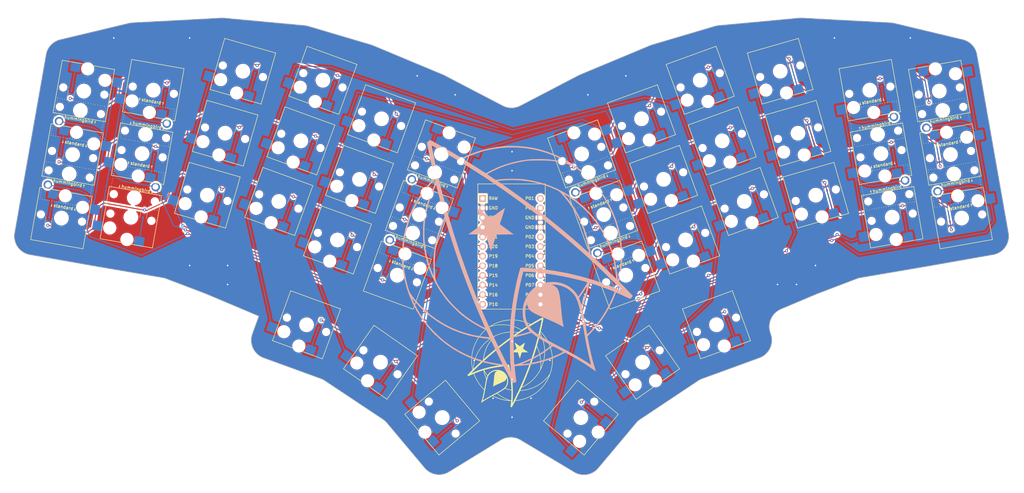
<source format=kicad_pcb>
(kicad_pcb (version 20241229) (generator "pcbnew") (generator_version "9.0")
  (title_block (title "quacken_pcb") (rev "v1.0.0") (company "Unknown"))
  (layers (0 "F.Cu" signal) (2 "B.Cu" signal) (13 "F.Paste" user) (15 "B.Paste" user) (5 "F.SilkS" user "F.Silkscreen") (7 "B.SilkS" user "B.Silkscreen") (1 "F.Mask" user) (3 "B.Mask" user) (25 "Edge.Cuts" user))
  (net 0 "")
  (net 1 "RAW")
  (net 2 "GND")
  (net 3 "RST")
  (net 4 "VCC")
  (net 5 "P21")
  (net 6 "P20")
  (net 7 "P19")
  (net 8 "P18")
  (net 9 "P15")
  (net 10 "P14")
  (net 11 "P16")
  (net 12 "P10")
  (net 13 "P1")
  (net 14 "P0")
  (net 15 "P2")
  (net 16 "P3")
  (net 17 "P4")
  (net 18 "P5")
  (net 19 "P6")
  (net 20 "P7")
  (net 21 "P8")
  (net 22 "P9")
  (net 23 "pinky_bottom")
  (net 24 "pinky_home")
  (net 25 "pinky_top")
  (net 26 "ring_bottom")
  (net 27 "ring_home")
  (net 28 "ring_top")
  (net 29 "middle_bottom")
  (net 30 "middle_home")
  (net 31 "middle_top")
  (net 32 "index_bottom")
  (net 33 "index_home")
  (net 34 "index_top")
  (net 35 "tucky_default")
  (net 36 "comfy_default")
  (net 37 "reachy_default")
  (net 38 "mirror_pinky_bottom")
  (net 39 "mirror_pinky_home")
  (net 40 "mirror_pinky_top")
  (net 41 "mirror_ring_bottom")
  (net 42 "mirror_ring_home")
  (net 43 "mirror_ring_top")
  (net 44 "mirror_middle_bottom")
  (net 45 "mirror_middle_home")
  (net 46 "mirror_middle_top")
  (net 47 "mirror_index_bottom")
  (net 48 "mirror_index_home")
  (net 49 "mirror_index_top")
  (net 50 "mirror_tucky_default")
  (net 51 "mirror_comfy_default")
  (net 52 "mirror_reachy_default")
  (net 53 "outer_bottom")
  (net 54 "outer_home")
  (net 55 "outer_top")
  (net 56 "inner_bottom")
  (net 57 "inner_home")
  (net 58 "inner_top")
  (net 59 "mirror_outer_bottom")
  (net 60 "mirror_outer_home")
  (net 61 "mirror_outer_top")
  (net 62 "mirror_inner_bottom")
  (net 63 "mirror_inner_home")
  (net 64 "mirror_inner_top")
  (footprint "PG1350" (layer "F.Cu") (at 255.413695 102.144674 -160)
    (property "Reference" "S23" (hide yes))
    (property "Value" "" (hide yes))
  )
  (footprint "PG1350" (layer "F.Cu") (at 144.320619 102.144671 160)
    (property "Reference" "S8" (hide yes))
    (property "Value" "" (hide yes))
  )
  (footprint "PG1350" (layer "F.Cu") (at 270.70067 83.779654 -164)
    (property "Reference" "S21" (hide yes))
    (property "Value" "" (hide yes))
  )
  (footprint "PG1350" (layer "F.Cu") (at 138.506274 118.119449 160)
    (property "Reference" "S7" (hide yes))
    (property "Value" "" (hide yes))
  )
  (footprint "PG1350" (layer "F.Cu") (at 165.316354 160.514788 145)
    (property "Reference" "S14" (hide yes))
    (property "Value" "" (hide yes))
  )
  (footprint "ProMicro" (layer "F.Cu") (at 199.867154 131.269509 -90)
    (property "Reference" "MCU1" (hide yes))
    (property "Value" "" (hide yes))
  )
  (footprint "PG1350" (layer "F.Cu") (at 234.417957 160.514783 -145)
    (property "Reference" "S29" (hide yes))
    (property "Value" "" (hide yes))
  )
  (footprint "PG1350" (layer "F.Cu") (at 84.144304 105.744829 -10)
    (property "Reference" "S32" (hide yes))
    (property "Value" "" (hide yes))
  )
  (footprint "PG1350" (layer "F.Cu") (at 181.584263 175.10291 130)
    (property "Reference" "S15" (hide yes))
    (property "Value" "" (hide yes))
  )
  (footprint "PG1350" (layer "F.Cu") (at 245.767155 128.269499 -160)
    (property "Reference" "S25" (hide yes))
    (property "Value" "" (hide yes))
  )
  (footprint "PG1350" (layer "F.Cu") (at 218.3578 105.591397 20)
    (property "Reference" "S42" (hide yes))
    (property "Value" "" (hide yes))
  )
  (footprint "PG1350" (layer "F.Cu") (at 129.033643 83.779653 164)
    (property "Reference" "S6" (hide yes))
    (property "Value" "" (hide yes))
  )
  (footprint "PG1350" (layer "F.Cu") (at 224.172142 121.566168 20)
    (property "Reference" "S41" (hide yes))
    (property "Value" "" (hide yes))
  )
  (footprint "PG1350" (layer "F.Cu") (at 145.827075 150.634187 160)
    (property "Reference" "S13" (hide yes))
    (property "Value" "" (hide yes))
  )
  (footprint "PG1350" (layer "F.Cu") (at 294.321045 88.780416 -170)
    (property "Reference" "S18" (hide yes))
    (property "Value" "" (hide yes))
  )
  (footprint "PG1350" (layer "F.Cu") (at 261.228035 118.119449 -160)
    (property "Reference" "S22" (hide yes))
    (property "Value" "" (hide yes))
  )
  (footprint "PG1350" (layer "F.Cu") (at 159.781498 112.294723 160)
    (property "Reference" "S11" (hide yes))
    (property "Value" "" (hide yes))
  )
  (footprint "PG1350" (layer "F.Cu") (at 315.590009 105.74483 10)
    (property "Reference" "S38" (hide yes))
    (property "Value" "" (hide yes))
  )
  (footprint "PG1350" (layer "F.Cu") (at 253.90724 150.634188 -160)
    (property "Reference" "S28" (hide yes))
    (property "Value" "" (hide yes))
  )
  (footprint "PG1350" (layer "F.Cu") (at 239.952815 112.294728 -160)
    (property "Reference" "S26" (hide yes))
    (property "Value" "" (hide yes))
  )
  (footprint "PG1350" (layer "F.Cu") (at 181.376508 105.591395 -20)
    (property "Reference" "S36" (hide yes))
    (property "Value" "" (hide yes))
  )
  (footprint "PG1350" (layer "F.Cu") (at 275.386506 100.121104 -164)
    (property "Reference" "S20" (hide yes))
    (property "Value" "" (hide yes))
  )
  (footprint "PG1350" (layer "F.Cu") (at 153.967153 128.269506 160)
    (property "Reference" "S10" (hide yes))
    (property "Value" "" (hide yes))
  )
  (footprint "PG1350" (layer "F.Cu") (at 102.461248 105.522144 170)
    (property "Reference" "S2" (hide yes))
    (property "Value" "" (hide yes))
  )
  (footprint "PG1350" (layer "F.Cu") (at 280.072338 116.462553 -164)
    (property "Reference" "S19" (hide yes))
    (property "Value" "" (hide yes))
  )
  (footprint "PG1350" (layer "F.Cu") (at 124.347805 100.121103 164)
    (property "Reference" "S5" (hide yes))
    (property "Value" "" (hide yes))
  )
  (footprint "PG1350" (layer "F.Cu") (at 87.096324 89.003099 -10)
    (property "Reference" "S33" (hide yes))
    (property "Value" "" (hide yes))
  )
  (footprint "Library:logo_ergol_small" (layer "F.Cu") (at 200 160)
    (property "Reference" "G***" (hide yes))
    (property "Value" "LOGO" (hide yes))
  )
  (footprint "PG1350" (layer "F.Cu") (at 150.134961 86.1699 160)
    (property "Reference" "S9" (hide yes))
    (property "Value" "" (hide yes))
  )
  (footprint "PG1350" (layer "F.Cu") (at 312.637989 89.003095 10)
    (property "Reference" "S39" (hide yes))
    (property "Value" "" (hide yes))
  )
  (footprint "PG1350" (layer "F.Cu") (at 300.225081 122.263883 -170)
    (property "Reference" "S16" (hide yes))
    (property "Value" "" (hide yes))
  )
  (footprint "PG1350" (layer "F.Cu") (at 249.599353 86.169895 -160)
    (property "Reference" "S24" (hide yes))
    (property "Value" "" (hide yes))
  )
  (footprint "PG1350" (layer "F.Cu") (at 165.595841 96.319951 160)
    (property "Reference" "S12" (hide yes))
    (property "Value" "" (hide yes))
  )
  (footprint "PG1350" (layer "F.Cu") (at 175.56217 121.566173 -20)
    (property "Reference" "S35" (hide yes))
    (property "Value" "" (hide yes))
  )
  (footprint "PG1350" (layer "F.Cu") (at 229.986484 137.540948 20)
    (property "Reference" "S40" (hide yes))
    (property "Value" "" (hide yes))
  )
  (footprint "PG1350" (layer "F.Cu") (at 81.192282 122.48656 -10)
    (property "Reference" "S31" (hide yes))
    (property "Value" "" (hide yes))
  )
  (footprint "PG1350" (layer "F.Cu") (at 318.542024 122.486557 10)
    (property "Reference" "S37" (hide yes))
    (property "Value" "" (hide yes))
  )
  (footprint "PG1350" (layer "F.Cu") (at 297.273068 105.522148 -170)
    (property "Reference" "S17" (hide yes))
    (property "Value" "" (hide yes))
  )
  (footprint "PG1350" (layer "F.Cu") (at 234.138473 96.319951 -160)
    (property "Reference" "S27" (hide yes))
    (property "Value" "" (hide yes))
  )
  (footprint "PG1350" (layer "F.Cu") (at 218.150049 175.10291 -130)
    (property "Reference" "S30" (hide yes))
    (property "Value" "" (hide yes))
  )
  (footprint "PG1350" (layer "F.Cu") (at 119.661976 116.462552 164)
    (property "Reference" "S4" (hide yes))
    (property "Value" "" (hide yes))
  )
  (footprint "PG1350" (layer "F.Cu") (at 99.509227 122.263882 170)
    (property "Reference" "S1" (hide yes))
    (property "Value" "" (hide yes))
  )
  (footprint "PG1350" (layer "F.Cu") (at 105.413266 88.780416 170)
    (property "Reference" "S3" (hide yes))
    (property "Value" "" (hide yes))
  )
  (footprint "PG1350" (layer "F.Cu") (at 169.747828 137.540945 -20)
    (property "Reference" "S34" (hide yes))
    (property "Value" "" (hide yes))
  )
  (footprint "Diode_SMD:D_SOD-323" (layer "B.Cu") (at 303.115996 120.230996 -80)
    (property "Reference" "D16" (hide yes))
    (property "Value" "" (hide yes))
  )
  (footprint "Diode_SMD:D_SOD-323" (layer "B.Cu") (at 300.163978 103.489263 -80)
    (property "Reference" "D17" (hide yes))
    (property "Value" "" (hide yes))
  )
  (footprint "Diode_SMD:D_SOD-323" (layer "B.Cu") (at 149.347121 150.31911 -110)
    (property "Reference" "D13" (hide yes))
    (property "Value" "" (hide yes))
  )
  (footprint "Diode_SMD:D_SOD-323" (layer "B.Cu") (at 263.722021 115.615444 -70)
    (property "Reference" "D22" (hide yes))
    (property "Value" "" (hide yes))
  )
  (footprint "Diode_SMD:D_SOD-323" (layer "B.Cu") (at 77.78043 123.408097 80)
    (property "Reference" "D31" (hide yes))
    (property "Value" "" (hide yes))
  )
  (footprint "Library:logo_ergol" (layer "B.Cu") (at 200 132.5 180)
    (property "Reference" "G***" (hide yes))
    (property "Value" "LOGO" (hide yes))
  )
  (footprint "Diode_SMD:D_SOD-323" (layer "B.Cu") (at 83.684463 89.924637 80)
    (property "Reference" "D33" (hide yes))
    (property "Value" "" (hide yes))
  )
  (footprint "Diode_SMD:D_SOD-323" (layer "B.Cu") (at 108.825124 87.858879 -100)
    (property "Reference" "D3" (hide yes))
    (property "Value" "" (hide yes))
  )
  (footprint "Diode_SMD:D_SOD-323" (layer "B.Cu") (at 273.363249 81.455721 -74)
    (property "Reference" "D21" (hide yes))
    (property "Value" "" (hide yes))
  )
  (footprint "Diode_SMD:D_SOD-323" (layer "B.Cu") (at 221.678158 124.070179 110)
    (property "Reference" "D41" (hide yes))
    (property "Value" "" (hide yes))
  )
  (footprint "Diode_SMD:D_SOD-323" (layer "B.Cu") (at 142.026318 117.80437 -110)
    (property "Reference" "D7" (hide yes))
    (property "Value" "" (hide yes))
  )
  (footprint "Diode_SMD:D_SOD-323" (layer "B.Cu") (at 312.699094 107.777713 100)
    (property "Reference" "D38" (hide yes))
    (property "Value" "" (hide yes))
  )
  (footprint "Diode_SMD:D_SOD-323" (layer "B.Cu") (at 242.446799 109.790724 -70)
    (property "Reference" "D26" (hide yes))
    (property "Value" "" (hide yes))
  )
  (footprint "Diode_SMD:D_SOD-323" (layer "B.Cu") (at 278.049083 97.797171 -74)
    (property "Reference" "D20" (hide yes))
    (property "Value" "" (hide yes))
  )
  (footprint "Diode_SMD:D_SOD-323" (layer "B.Cu") (at 248.261139 125.765499 -70)
    (property "Reference" "D25" (hide yes))
    (property "Value" "" (hide yes))
  )
  (footprint "Diode_SMD:D_SOD-323" (layer "B.Cu") (at 102.921087 121.342343 -100)
    (property "Reference" "D1" (hide yes))
    (property "Value" "" (hide yes))
  )
  (footprint "Diode_SMD:D_SOD-323" (layer "B.Cu") (at 227.492501 140.044946 110)
    (property "Reference" "D40" (hide yes))
    (property "Value" "" (hide yes))
  )
  (footprint "Diode_SMD:D_SOD-323" (layer "B.Cu") (at 163.301548 111.979655 -110)
    (property "Reference" "D11" (hide yes))
    (property "Value" "" (hide yes))
  )
  (footprint "Diode_SMD:D_SOD-323" (layer "B.Cu") (at 315.65111 124.519446 100)
    (property "Reference" "D37" (hide yes))
    (property "Value" "" (hide yes))
  )
  (footprint "Diode_SMD:D_SOD-323" (layer "B.Cu") (at 309.747074 91.035979 100)
    (property "Reference" "D39" (hide yes))
    (property "Value" "" (hide yes))
  )
  (footprint "Diode_SMD:D_SOD-323" (layer "B.Cu") (at 256.401216 148.130184 -70)
    (property "Reference" "D28" (hide yes))
    (property "Value" "" (hide yes))
  )
  (footprint "Diode_SMD:D_SOD-323" (layer "B.Cu") (at 236.632457 93.81595 -70)
    (property "Reference" "D27" (hide yes))
    (property "Value" "" (hide yes))
  )
  (footprint "Diode_SMD:D_SOD-323" (layer "B.Cu") (at 257.90768 99.640668 -70)
    (property "Reference" "D23" (hide yes))
    (property "Value" "" (hide yes))
  )
  (footprint "Diode_SMD:D_SOD-323" (layer "B.Cu") (at 215.863816 108.095399 110)
    (property "Reference" "D42" (hide yes))
    (property "Value" "" (hide yes))
  )
  (footprint "Diode_SMD:D_SOD-323" (layer "B.Cu") (at 105.873106 104.600615 -100)
    (property "Reference" "D2" (hide yes))
    (property "Value" "" (hide yes))
  )
  (footprint "Diode_SMD:D_SOD-323" (layer "B.Cu") (at 219.057902 171.687392 -40)
    (property "Reference" "D30" (hide yes))
    (property "Value" "" (hide yes))
  )
  (footprint "Diode_SMD:D_SOD-323" (layer "B.Cu") (at 172.042121 121.881245 70)
    (property "Reference" "D35" (hide yes))
    (property "Value" "" (hide yes))
  )
  (footprint "Diode_SMD:D_SOD-323" (layer "B.Cu") (at 184.79025 176.590072 -140)
    (property "Reference" "D15" (hide yes))
    (property "Value" "" (hide yes))
  )
  (footprint "Diode_SMD:D_SOD-323" (layer "B.Cu") (at 166.22778 137.856019 70)
    (property "Reference" "D34" (hide yes))
    (property "Value" "" (hide yes))
  )
  (footprint "Diode_SMD:D_SOD-323" (layer "B.Cu") (at 236.178882 157.450617 -55)
    (property "Reference" "D29" (hide yes))
    (property "Value" "" (hide yes))
  )
  (footprint "Diode_SMD:D_SOD-323" (layer "B.Cu") (at 282.734918 114.13862 -74)
    (property "Reference" "D19" (hide yes))
    (property "Value" "" (hide yes))
  )
  (footprint "Diode_SMD:D_SOD-323" (layer "B.Cu") (at 127.837303 99.561253 -106)
    (property "Reference" "D5" (hide yes))
    (property "Value" "" (hide yes))
  )
  (footprint "Diode_SMD:D_SOD-323" (layer "B.Cu") (at 177.856467 105.906469 70)
    (property "Reference" "D36" (hide yes))
    (property "Value" "" (hide yes))
  )
  (footprint "Diode_SMD:D_SOD-323" (layer "B.Cu") (at 147.840663 101.829599 -110)
    (property "Reference" "D8" (hide yes))
    (property "Value" "" (hide yes))
  )
  (footprint "Diode_SMD:D_SOD-323" (layer "B.Cu") (at 297.211958 86.747534 -80)
    (property "Reference" "D18" (hide yes))
    (property "Value" "" (hide yes))
  )
  (footprint "Diode_SMD:D_SOD-323" (layer "B.Cu") (at 168.798007 161.121503 -125)
    (property "Reference" "D14" (hide yes))
    (property "Value" "" (hide yes))
  )
  (footprint "Diode_SMD:D_SOD-323" (layer "B.Cu") (at 157.487205 127.954424 -110)
    (property "Reference" "D10" (hide yes))
    (property "Value" "" (hide yes))
  )
  (footprint "Diode_SMD:D_SOD-323" (layer "B.Cu") (at 153.655005 85.854822 -110)
    (property "Reference" "D9" (hide yes))
    (property "Value" "" (hide yes))
  )
  (footprint "Diode_SMD:D_SOD-323" (layer "B.Cu") (at 123.15147 115.902703 -106)
    (property "Reference" "D4" (hide yes))
    (property "Value" "" (hide yes))
  )
  (footprint "Diode_SMD:D_SOD-323" (layer "B.Cu") (at 252.093335 83.665895 -70)
    (property "Reference" "D24" (hide yes))
    (property "Value" "" (hide yes))
  )
  (footprint "Diode_SMD:D_SOD-323" (layer "B.Cu") (at 132.523134 83.219801 -106)
    (property "Reference" "D6" (hide yes))
    (property "Value" "" (hide yes))
  )
  (footprint "Diode_SMD:D_SOD-323" (layer "B.Cu") (at 80.732446 106.666367 80)
    (property "Reference" "D32" (hide yes))
    (property "Value" "" (hide yes))
  )
  (footprint "Diode_SMD:D_SOD-323" (layer "B.Cu") (at 169.115888 96.004875 -110)
    (property "Reference" "D12" (hide yes))
    (property "Value" "" (hide yes))
  )
  (gr_arc (start 253.448367 71.860611) (mid 253.922674 71.744947) (end 254.406001 71.676097) (stroke (width 0.15)) (layer "Edge.Cuts"))
  (gr_line (start 217.885571 84.66608) (end 236.379559 76.947591) (stroke (width 0.15)) (layer "Edge.Cuts"))
  (gr_line (start 163.354752 76.947599) (end 181.84874 84.666078) (stroke (width 0.15)) (layer "Edge.Cuts"))
  (gr_line (start 176.937603 188.389494) (end 166.991921 176.536696) (stroke (width 0.15)) (layer "Edge.Cuts"))
  (gr_arc (start 236.379559 76.947594) (mid 236.62987 76.850928) (end 236.885006 76.767829) (stroke (width 0.15)) (layer "Edge.Cuts"))
  (gr_arc (start 145.328314 71.676091) (mid 145.811641 71.744947) (end 146.285948 71.860613) (stroke (width 0.15)) (layer "Edge.Cuts"))
  (gr_line (start 80.871106 75.409309) (end 98.972476 71.074278) (stroke (width 0.15)) (layer "Edge.Cuts"))
  (gr_arc (start 165.931827 175.588137) (mid 166.49578 176.024524) (end 166.991921 176.536696) (stroke (width 0.15)) (layer "Edge.Cuts"))
  (gr_line (start 309.113174 135.318735) (end 291.863992 138.26152) (stroke (width 0.15)) (layer "Edge.Cuts"))
  (gr_line (start 290.926875 138.517114) (end 280.524013 142.475039) (stroke (width 0.15)) (layer "Edge.Cuts"))
  (gr_line (start 309.140541 135.313987) (end 326.853409 132.190733) (stroke (width 0.15)) (layer "Edge.Cuts"))
  (gr_arc (start 268.172532 152.841637) (mid 268.287483 149.133687) (end 270.925584 146.525521) (stroke (width 0.15)) (layer "Edge.Cuts"))
  (gr_arc (start 275.652384 69.70152) (mid 276.017072 69.681026) (end 276.382282 69.687213) (stroke (width 0.15)) (layer "Edge.Cuts"))
  (gr_line (start 124.081926 69.701522) (end 145.328314 71.676091) (stroke (width 0.15)) (layer "Edge.Cuts"))
  (gr_line (start 72.880905 132.19073) (end 90.593768 135.313985) (stroke (width 0.15)) (layer "Edge.Cuts"))
  (gr_arc (start 202.179 92.835873) (mid 199.867155 93.402433) (end 197.55531 92.835871) (stroke (width 0.15)) (layer "Edge.Cuts"))
  (gr_line (start 300.761833 71.07428) (end 318.863203 75.40931) (stroke (width 0.15)) (layer "Edge.Cuts"))
  (gr_arc (start 299.864534 70.94393) (mid 300.316144 70.988724) (end 300.761833 71.07428) (stroke (width 0.15)) (layer "Edge.Cuts"))
  (gr_arc (start 98.972476 71.074278) (mid 99.418163 70.98872) (end 99.869773 70.943932) (stroke (width 0.15)) (layer "Edge.Cuts"))
  (gr_arc (start 222.766481 188.425516) (mid 219.76648 190.142171) (end 216.369734 189.502612) (stroke (width 0.15)) (layer "Edge.Cuts"))
  (gr_line (start 254.406001 71.676097) (end 275.652384 69.70152) (stroke (width 0.15)) (layer "Edge.Cuts"))
  (gr_line (start 119.210298 142.47504) (end 108.807436 138.517114) (stroke (width 0.15)) (layer "Edge.Cuts"))
  (gr_arc (start 330.909208 126.398453) (mid 330.080929 130.134577) (end 326.853409 132.190733) (stroke (width 0.15)) (layer "Edge.Cuts"))
  (gr_arc (start 149.583794 164.878073) (mid 150.12978 165.114465) (end 150.643821 165.414036) (stroke (width 0.15)) (layer "Edge.Cuts"))
  (gr_line (start 268.172532 152.841637) (end 268.222691 152.979455) (stroke (width 0.15)) (layer "Edge.Cuts"))
  (gr_arc (start 162.849312 76.76783) (mid 163.104446 76.850928) (end 163.354752 76.947599) (stroke (width 0.15)) (layer "Edge.Cuts"))
  (gr_line (start 322.622738 79.403571) (end 330.909208 126.398453) (stroke (width 0.15)) (layer "Edge.Cuts"))
  (gr_arc (start 134.499984 159.388013) (mid 131.678546 156.802641) (end 131.511624 152.97945) (stroke (width 0.15)) (layer "Edge.Cuts"))
  (gr_line (start 232.742383 176.536696) (end 222.766485 188.42552) (stroke (width 0.15)) (layer "Edge.Cuts"))
  (gr_arc (start 183.380732 189.438499) (mid 179.964353 190.110575) (end 176.937603 188.389494) (stroke (width 0.15)) (layer "Edge.Cuts"))
  (gr_arc (start 181.84874 84.666078) (mid 182.043708 84.752374) (end 182.234818 84.846907) (stroke (width 0.15)) (layer "Edge.Cuts"))
  (gr_line (start 280.356598 142.542214) (end 270.925584 146.525521) (stroke (width 0.15)) (layer "Edge.Cuts"))
  (gr_arc (start 77.111572 79.403575) (mid 78.394714 76.84488) (end 80.871106 75.409309) (stroke (width 0.15)) (layer "Edge.Cuts"))
  (gr_line (start 197.039207 181.06673) (end 183.380737 189.4385) (stroke (width 0.15)) (layer "Edge.Cuts"))
  (gr_arc (start 107.870318 138.261517) (mid 108.345099 138.366502) (end 108.807436 138.517114) (stroke (width 0.15)) (layer "Edge.Cuts"))
  (gr_arc (start 280.356598 142.542219) (mid 280.440003 142.507875) (end 280.524013 142.475039) (stroke (width 0.15)) (layer "Edge.Cuts"))
  (gr_line (start 276.382282 69.687213) (end 299.864534 70.94393) (stroke (width 0.15)) (layer "Edge.Cuts"))
  (gr_arc (start 90.621135 135.318734) (mid 90.607448 135.316379) (end 90.593768 135.313985) (stroke (width 0.15)) (layer "Edge.Cuts"))
  (gr_arc (start 318.863203 75.409308) (mid 321.339595 76.844876) (end 322.622743 79.40357) (stroke (width 0.15)) (layer "Edge.Cuts"))
  (gr_arc (start 232.742383 176.536696) (mid 233.238527 176.024521) (end 233.802485 175.588135) (stroke (width 0.15)) (layer "Edge.Cuts"))
  (gr_line (start 149.583799 164.878071) (end 134.499987 159.388016) (stroke (width 0.15)) (layer "Edge.Cuts"))
  (gr_line (start 182.234818 84.846907) (end 197.55531 92.835871) (stroke (width 0.15)) (layer "Edge.Cuts"))
  (gr_line (start 131.511624 152.97945) (end 133.187519 148.374954) (stroke (width 0.15)) (layer "Edge.Cuts"))
  (gr_arc (start 217.499494 84.846907) (mid 217.690605 84.752378) (end 217.885571 84.66608) (stroke (width 0.15)) (layer "Edge.Cuts"))
  (gr_line (start 107.870318 138.261517) (end 90.621137 135.318738) (stroke (width 0.15)) (layer "Edge.Cuts"))
  (gr_arc (start 72.880905 132.19073) (mid 69.653386 130.134575) (end 68.825107 126.398454) (stroke (width 0.15)) (layer "Edge.Cuts"))
  (gr_arc (start 309.140544 135.313988) (mid 309.126862 135.316381) (end 309.113174 135.318735) (stroke (width 0.15)) (layer "Edge.Cuts"))
  (gr_line (start 165.931827 175.588137) (end 150.643821 165.414036) (stroke (width 0.15)) (layer "Edge.Cuts"))
  (gr_line (start 99.869773 70.943932) (end 123.352027 69.687215) (stroke (width 0.15)) (layer "Edge.Cuts"))
  (gr_arc (start 268.222691 152.979455) (mid 268.055763 156.802644) (end 265.234326 159.388012) (stroke (width 0.15)) (layer "Edge.Cuts"))
  (gr_line (start 236.885006 76.767829) (end 253.448367 71.860611) (stroke (width 0.15)) (layer "Edge.Cuts"))
  (gr_arc (start 249.09049 165.414036) (mid 249.604531 165.114464) (end 250.150516 164.878071) (stroke (width 0.15)) (layer "Edge.Cuts"))
  (gr_line (start 249.09049 165.414036) (end 233.802485 175.588135) (stroke (width 0.15)) (layer "Edge.Cuts"))
  (gr_line (start 216.369734 189.502612) (end 202.218648 181.038642) (stroke (width 0.15)) (layer "Edge.Cuts"))
  (gr_line (start 202.179 92.835873) (end 217.499494 84.846907) (stroke (width 0.15)) (layer "Edge.Cuts"))
  (gr_arc (start 123.352027 69.687215) (mid 123.717238 69.68103) (end 124.081926 69.701522) (stroke (width 0.15)) (layer "Edge.Cuts"))
  (gr_line (start 133.187519 148.374954) (end 119.377714 142.542216) (stroke (width 0.15)) (layer "Edge.Cuts"))
  (gr_arc (start 119.210298 142.47504) (mid 119.294309 142.507874) (end 119.377714 142.542216) (stroke (width 0.15)) (layer "Edge.Cuts"))
  (gr_arc (start 290.926875 138.517114) (mid 291.389212 138.366507) (end 291.863992 138.26152) (stroke (width 0.15)) (layer "Edge.Cuts"))
  (gr_line (start 265.234326 159.388012) (end 250.150516 164.878071) (stroke (width 0.15)) (layer "Edge.Cuts"))
  (gr_line (start 68.825107 126.398454) (end 77.111572 79.403575) (stroke (width 0.15)) (layer "Edge.Cuts"))
  (gr_arc (start 197.039208 181.066727) (mid 199.625008 180.329743) (end 202.218648 181.038642) (stroke (width 0.15)) (layer "Edge.Cuts"))
  (gr_line (start 146.285948 71.860613) (end 162.849307 76.767829) (stroke (width 0.15)) (layer "Edge.Cuts"))
  (via (at 185 90) (size 0.8) (drill 0.4) (layers "F.Cu" "B.Cu") (net 2))
  (via (at 210 160) (size 0.8) (drill 0.4) (layers "F.Cu" "B.Cu") (net 2))
  (via (at 190 160) (size 0.8) (drill 0.4) (layers "F.Cu" "B.Cu") (net 2))
  (via (at 275 140) (size 0.8) (drill 0.4) (layers "F.Cu" "B.Cu") (net 2))
  (via (at 115 75) (size 0.8) (drill 0.4) (layers "F.Cu" "B.Cu") (net 2))
  (via (at 305 75) (size 0.8) (drill 0.4) (layers "F.Cu" "B.Cu") (net 2))
  (via (at 220 90) (size 0.8) (drill 0.4) (layers "F.Cu" "B.Cu") (net 2))
  (via (at 95 75) (size 0.8) (drill 0.4) (layers "F.Cu" "B.Cu") (net 2))
  (via (at 200 110) (size 0.8) (drill 0.4) (layers "F.Cu" "B.Cu") (net 2))
  (via (at 200 155) (size 0.8) (drill 0.4) (layers "F.Cu" "B.Cu") (net 2))
  (via (at 175 85) (size 0.8) (drill 0.4) (layers "F.Cu" "B.Cu") (net 2))
  (via (at 125 140) (size 0.8) (drill 0.4) (layers "F.Cu" "B.Cu") (net 2))
  (via (at 280 135) (size 0.8) (drill 0.4) (layers "F.Cu" "B.Cu") (net 2))
  (via (at 230 85) (size 0.8) (drill 0.4) (layers "F.Cu" "B.Cu") (net 2))
  (via (at 200 165) (size 0.8) (drill 0.4) (layers "F.Cu" "B.Cu") (net 2))
  (via (at 125 135) (size 0.8) (drill 0.4) (layers "F.Cu" "B.Cu") (net 2))
  (via (at 205 170) (size 0.8) (drill 0.4) (layers "F.Cu" "B.Cu") (net 2))
  (via (at 270 140) (size 0.8) (drill 0.4) (layers "F.Cu" "B.Cu") (net 2))
  (via (at 195 170) (size 0.8) (drill 0.4) (layers "F.Cu" "B.Cu") (net 2))
  (via (at 200 105) (size 0.8) (drill 0.4) (layers "F.Cu" "B.Cu") (net 2))
  (via (at 200 175) (size 0.8) (drill 0.4) (layers "F.Cu" "B.Cu") (net 2))
  (via (at 285 75) (size 0.8) (drill 0.4) (layers "F.Cu" "B.Cu") (net 2))
  (via (at 115 135) (size 0.8) (drill 0.4) (layers "F.Cu" "B.Cu") (net 2))
  (segment (start 117.996096 82.702376) (end 118.680141 80.822993) (width 0.25) (layer "F.Cu") (net 6))
  (segment (start 132.798775 82.258541) (end 138.891846 79.417292) (width 0.25) (layer "F.Cu") (net 6))
  (segment (start 192.247156 129.999506) (end 190.915304 129.662922) (width 0.25) (layer "F.Cu") (net 6))
  (segment (start 109.027467 86.884519) (end 117.996096 82.702376) (width 0.25) (layer "F.Cu") (net 6))
  (segment (start 123.166135 78.731137) (end 132.786754 82.232758) (width 0.25) (layer "F.Cu") (net 6))
  (segment (start 172.592391 102.856279) (end 173.827077 105.504078) (width 0.25) (layer "F.Cu") (net 6))
  (segment (start 173.960472 99.097514) (end 172.592391 102.856279) (width 0.25) (layer "F.Cu") (net 6))
  (segment (start 172.76513 96.534087) (end 173.960472 99.097514) (width 0.25) (layer "F.Cu") (net 6))
  (segment (start 96.196361 90.76246) (end 96.977778 86.330827) (width 0.25) (layer "F.Cu") (net 6))
  (segment (start 93.476801 92.666717) (end 96.196361 90.76246) (width 0.25) (layer "F.Cu") (net 6))
  (segment (start 83.510818 90.909445) (end 93.476801 92.666717) (width 0.25) (layer "F.Cu") (net 6))
  (segment (start 96.977778 86.330827) (end 98.776199 85.07156) (width 0.25) (layer "F.Cu") (net 6))
  (segment (start 138.891846 79.417292) (end 153.997026 84.915129) (width 0.25) (layer "F.Cu") (net 6))
  (segment (start 169.457908 95.06519) (end 169.606836 95.384563) (width 0.25) (layer "F.Cu") (net 6))
  (segment (start 98.776199 85.07156) (end 108.998773 86.874073) (width 0.25) (layer "F.Cu") (net 6))
  (segment (start 187.415302 110.662924) (end 177.514444 106.846165) (width 0.25) (layer "F.Cu") (net 6))
  (segment (start 153.997026 84.915129) (end 166.917795 89.617903) (width 0.25) (layer "F.Cu") (net 6))
  (segment (start 132.786754 82.232758) (end 132.798775 82.258541) (width 0.25) (layer "F.Cu") (net 6))
  (segment (start 118.680141 80.822993) (end 123.166135 78.731137) (width 0.25) (layer "F.Cu") (net 6))
  (segment (start 169.606836 95.384563) (end 172.76513 96.534087) (width 0.25) (layer "F.Cu") (net 6))
  (segment (start 173.827077 105.504078) (end 177.514444 106.846165) (width 0.25) (layer "F.Cu") (net 6))
  (segment (start 108.998773 86.874073) (end 109.027467 86.884519) (width 0.25) (layer "F.Cu") (net 6))
  (segment (start 190.915304 129.662922) (end 187.415302 110.662924) (width 0.25) (layer "F.Cu") (net 6))
  (segment (start 166.917795 89.617903) (end 169.457908 95.06519) (width 0.25) (layer "F.Cu") (net 6))
  (via (at 177.514444 106.846165) (size 0.8) (drill 0.4) (layers "F.Cu" "B.Cu") (net 6))
  (via (at 108.998773 86.874073) (size 0.8) (drill 0.4) (layers "F.Cu" "B.Cu") (net 6))
  (via (at 83.510818 90.909445) (size 0.8) (drill 0.4) (layers "F.Cu" "B.Cu") (net 6))
  (via (at 132.798775 82.258541) (size 0.8) (drill 0.4) (layers "F.Cu" "B.Cu") (net 6))
  (via (at 169.457908 95.06519) (size 0.8) (drill 0.4) (layers "F.Cu" "B.Cu") (net 6))
  (via (at 153.997026 84.915129) (size 0.8) (drill 0.4) (layers "F.Cu" "B.Cu") (net 6))
  (segment (start 80.558799 107.651173) (end 91.017189 109.49527) (width 0.25) (layer "F.Cu") (net 7))
  (segment (start 106.833076 103.902004) (end 114.188966 100.471898) (width 0.25) (layer "F.Cu") (net 7))
  (segment (start 94.025759 103.072556) (end 95.763445 101.855815) (width 0.25) (layer "F.Cu") (net 7))
  (segment (start 134.152932 95.783495) (end 148.182685 100.889899) (width 0.25) (layer "F.Cu") (net 7))
  (segment (start 168.146129 115.072286) (end 166.77805 118.831058) (width 0.25) (layer "F.Cu") (net 7))
  (segment (start 161.103459 105.592685) (end 163.643567 111.039958) (width 0.25) (layer "F.Cu") (net 7))
  (segment (start 148.182685 100.889899) (end 161.103459 105.592685) (width 0.25) (layer "F.Cu") (net 7))
  (segment (start 118.318775 95.035208) (end 128.112937 98.599989) (width 0.25) (layer "F.Cu") (net 7))
  (segment (start 95.763445 101.855815) (end 105.986019 103.658336) (width 0.25) (layer "F.Cu") (net 7))
  (segment (start 163.643567 111.039958) (end 166.801859 112.189484) (width 0.25) (layer "F.Cu") (net 7))
  (segment (start 91.017189 109.49527) (end 93.157522 107.996594) (width 0.25) (layer "F.Cu") (net 7))
  (segment (start 128.112937 98.599989) (end 134.152932 95.783495) (width 0.25) (layer "F.Cu") (net 7))
  (segment (start 105.986019 103.658336) (end 106.046755 103.615805) (width 0.25) (layer "F.Cu") (net 7))
  (segment (start 115.728057 96.243277) (end 118.318775 95.035208) (width 0.25) (layer "F.Cu") (net 7))
  (segment (start 171.660761 122.736572) (end 171.7001 122.820936) (width 0.25) (layer "F.Cu") (net 7))
  (segment (start 167.973394 121.394484) (end 171.660761 122.736572) (width 0.25) (layer "F.Cu") (net 7))
  (segment (start 93.157522 107.996594) (end 94.025759 103.072556) (width 0.25) (layer "F.Cu") (net 7))
  (segment (start 114.188966 100.471898) (end 115.728057 96.243277) (width 0.25) (layer "F.Cu") (net 7))
  (segment (start 166.77805 118.831058) (end 167.973394 121.394484) (width 0.25) (layer "F.Cu") (net 7))
  (segment (start 192.247152 132.539504) (end 180.415305 126.162922) (width 0.25) (layer "F.Cu") (net 7))
  (segment (start 180.415305 126.162922) (end 171.7001 122.820936) (width 0.25) (layer "F.Cu") (net 7))
  (segment (start 106.046755 103.615805) (end 106.833076 103.902004) (width 0.25) (layer "F.Cu") (net 7))
  (segment (start 166.801859 112.189484) (end 168.146129 115.072286) (width 0.25) (layer "F.Cu") (net 7))
  (via (at 128.112937 98.599989) (size 0.8) (drill 0.4) (layers "F.Cu" "B.Cu") (net 7))
  (via (at 148.182685 100.889899) (size 0.8) (drill 0.4) (layers "F.Cu" "B.Cu") (net 7))
  (via (at 106.046755 103.615805) (size 0.8) (drill 0.4) (layers "F.Cu" "B.Cu") (net 7))
  (via (at 171.7001 122.820936) (size 0.8) (drill 0.4) (layers "F.Cu" "B.Cu") (net 7))
  (via (at 163.643567 111.039958) (size 0.8) (drill 0.4) (layers "F.Cu" "B.Cu") (net 7))
  (via (at 80.558799 107.651173) (size 0.8) (drill 0.4) (layers "F.Cu" "B.Cu") (net 7))
  (segment (start 92.319023 118.510724) (end 103.033999 120.400065) (width 0.25) (layer "F.Cu") (net 8))
  (segment (start 157.829225 127.014736) (end 160.987519 128.164261) (width 0.25) (layer "F.Cu") (net 8))
  (segment (start 123.165746 114.380955) (end 123.427103 114.941435) (width 0.25) (layer "F.Cu") (net 8))
  (segment (start 162.331789 131.047061) (end 161.305726 133.866139) (width 0.25) (layer "F.Cu") (net 8))
  (segment (start 155.289117 121.567456) (end 157.829225 127.014736) (width 0.25) (layer "F.Cu") (net 8))
  (segment (start 103.033999 120.400065) (end 103.094737 120.357538) (width 0.25) (layer "F.Cu") (net 8))
  (segment (start 129.414017 112.14969) (end 142.368339 116.864678) (width 0.25) (layer "F.Cu") (net 8))
  (segment (start 103.094737 120.357538) (end 103.539148 120.519292) (width 0.25) (layer "F.Cu") (net 8))
  (segment (start 161.305726 133.866139) (end 163.138085 137.795637) (width 0.25) (layer "F.Cu") (net 8))
  (segment (start 163.138085 137.795637) (end 165.885762 138.795712) (width 0.25) (layer "F.Cu") (net 8))
  (segment (start 108.859468 118.038382) (end 111.195431 111.620383) (width 0.25) (layer "F.Cu") (net 8))
  (segment (start 174.915301 141.662923) (end 165.885762 138.795712) (width 0.25) (layer "F.Cu") (net 8))
  (segment (start 142.368339 116.864678) (end 155.289117 121.567456) (width 0.25) (layer "F.Cu") (net 8))
  (segment (start 192.247153 135.079504) (end 174.915301 141.662923) (width 0.25) (layer "F.Cu") (net 8))
  (segment (start 103.539148 120.519292) (end 108.859468 118.038382) (width 0.25) (layer "F.Cu") (net 8))
  (segment (start 160.987519 128.164261) (end 162.331789 131.047061) (width 0.25) (layer "F.Cu") (net 8))
  (segment (start 123.427103 114.941435) (end 129.414017 112.14969) (width 0.25) (layer "F.Cu") (net 8))
  (segment (start 88.065174 126.236999) (end 89.626272 125.143911) (width 0.25) (layer "F.Cu") (net 8))
  (segment (start 113.117995 110.723874) (end 123.165746 114.380955) (width 0.25) (layer "F.Cu") (net 8))
  (segment (start 77.606776 124.392903) (end 88.065174 126.236999) (width 0.25) (layer "F.Cu") (net 8))
  (segment (start 89.626272 125.143911) (end 90.581336 119.727466) (width 0.25) (layer "F.Cu") (net 8))
  (segment (start 111.195431 111.620383) (end 113.117995 110.723874) (width 0.25) (layer "F.Cu") (net 8))
  (segment (start 90.581336 119.727466) (end 92.319023 118.510724) (width 0.25) (layer "F.Cu") (net 8))
  (via (at 142.368339 116.864678) (size 0.8) (drill 0.4) (layers "F.Cu" "B.Cu") (net 8))
  (via (at 157.829225 127.014736) (size 0.8) (drill 0.4) (layers "F.Cu" "B.Cu") (net 8))
  (via (at 165.885762 138.795712) (size 0.8) (drill 0.4) (layers "F.Cu" "B.Cu") (net 8))
  (via (at 123.427103 114.941435) (size 0.8) (drill 0.4) (layers "F.Cu" "B.Cu") (net 8))
  (via (at 103.094737 120.357538) (size 0.8) (drill 0.4) (layers "F.Cu" "B.Cu") (net 8))
  (via (at 77.606776 124.392903) (size 0.8) (drill 0.4) (layers "F.Cu" "B.Cu") (net 8))
  (segment (start 213.283418 152.669033) (end 198.54372 145.795799) (width 0.25) (layer "F.Cu") (net 9))
  (segment (start 173.308919 146.450555) (end 192.247155 137.619511) (width 0.25) (layer "F.Cu") (net 9))
  (segment (start 198.54372 145.795799) (end 196.246587 139.484477) (width 0.25) (layer "F.Cu") (net 9))
  (segment (start 113.223725 124.581333) (end 173.308919 146.450555) (width 0.25) (layer "F.Cu") (net 9))
  (segment (start 272.379659 131.159757) (end 213.283418 152.669033) (width 0.25) (layer "F.Cu") (net 9))
  (segment (start 196.246587 139.484477) (end 192.247155 137.619511) (width 0.25) (layer "F.Cu") (net 9))
  (via (at 113.223725 124.581333) (size 0.8) (drill 0.4) (layers "F.Cu" "B.Cu") (net 9))
  (via (at 272.379659 131.159757) (size 0.8) (drill 0.4) (layers "F.Cu" "B.Cu") (net 9))
  (segment (start 110.402671 118.531562) (end 113.223725 124.581333) (width 0.25) (layer "B.Cu") (net 9))
  (segment (start 110.673893 117.786385) (end 110.402671 118.531562) (width 0.25) (layer "B.Cu") (net 9))
  (segment (start 273.15154 122.348184) (end 274.614396 126.367349) (width 0.25) (layer "B.Cu") (net 9))
  (segment (start 273.63217 122.210363) (end 269.290879 107.070492) (width 0.25) (layer "B.Cu") (net 9))
  (segment (start 111.15452 117.92421) (end 115.495811 102.784335) (width 0.25) (layer "B.Cu") (net 9))
  (segment (start 274.614396 126.367349) (end 272.379659 131.159757) (width 0.25) (layer "B.Cu") (net 9))
  (segment (start 268.946334 105.868918) (end 264.605044 90.72904) (width 0.25) (layer "B.Cu") (net 9))
  (segment (start 115.840355 101.582754) (end 120.181647 86.442882) (width 0.25) (layer "B.Cu") (net 9))
  (segment (start 196.078337 141.946019) (end 197.495022 145.838329) (width 0.25) (layer "F.Cu") (net 10))
  (segment (start 196.078337 141.946019) (end 192.247154 140.159509) (width 0.25) (layer "F.Cu") (net 10))
  (segment (start 285.706366 126.841321) (end 285.571293 127.130991) (width 0.25) (layer "F.Cu") (net 10))
  (segment (start 213.573737 153.335957) (end 197.495022 145.838329) (width 0.25) (layer "F.Cu") (net 10))
  (segment (start 213.573737 153.335957) (end 285.571293 127.130991) (width 0.25) (layer "F.Cu") (net 10))
  (segment (start 113.915453 125.604628) (end 175.438892 147.99733) (width 0.25) (layer "F.Cu") (net 10))
  (segment (start 175.438892 147.99733) (end 192.247152 140.159508) (width 0.25) (layer "F.Cu") (net 10))
  (via (at 285.706366 126.841321) (size 0.8) (drill 0.4) (layers "F.Cu" "B.Cu") (net 10))
  (via (at 113.915453 125.604628) (size 0.8) (drill 0.4) (layers "F.Cu" "B.Cu") (net 10))
  (segment (start 293.219381 127.307024) (end 290.484424 111.796301) (width 0.25) (layer "B.Cu") (net 10))
  (segment (start 105.996101 114.268852) (end 98.117638 112.879673) (width 0.25) (layer "B.Cu") (net 10))
  (segment (start 91.201172 124.606793) (end 93.936129 109.096071) (width 0.25) (layer "B.Cu") (net 10))
  (segment (start 110.744352 124.451508) (end 113.914171 125.605227) (width 0.25) (layer "B.Cu") (net 10))
  (segment (start 292.726978 127.393854) (end 289.449479 128.586764) (width 0.25) (layer "B.Cu") (net 10))
  (segment (start 303.586291 112.532366) (end 295.707827 113.921556) (width 0.25) (layer "B.Cu") (net 10))
  (segment (start 94.153187 107.865063) (end 96.888145 92.354342) (width 0.25) (layer "B.Cu") (net 10))
  (segment (start 113.914171 125.605227) (end 113.915453 125.604628) (width 0.25) (layer "B.Cu") (net 10))
  (segment (start 105.996101 114.268847) (end 110.744352 124.451508) (width 0.25) (layer "B.Cu") (net 10))
  (segment (start 108.948119 97.52712) (end 101.069658 96.137937) (width 0.25) (layer "B.Cu") (net 10))
  (segment (start 300.634273 95.790642) (end 292.755803 97.179825) (width 0.25) (layer "B.Cu") (net 10))
  (segment (start 290.267366 110.565293) (end 287.532406 95.054571) (width 0.25) (layer "B.Cu") (net 10))
  (segment (start 289.449479 128.586764) (end 285.706366 126.841321) (width 0.25) (layer "B.Cu") (net 10))
  (arc (start 295.707827 113.921556) (mid 292.579757 113.457689) (end 289.77496 110.652121) (width 0.25) (layer "B.Cu") (net 10))
  (arc (start 98.117638 112.879673) (mid 95.336865 111.373919) (end 93.660782 107.778243) (width 0.25) (layer "B.Cu") (net 10))
  (arc (start 292.755803 97.179825) (mid 289.627738 96.715962) (end 286.822942 93.910388) (width 0.25) (layer "B.Cu") (net 10))
  (arc (start 101.069658 96.137937) (mid 98.288885 94.632185) (end 96.612802 91.036507) (width 0.25) (layer "B.Cu") (net 10))
  (segment (start 196.384319 145.710503) (end 195.910089 144.407563) (width 0.25) (layer "F.Cu") (net 11))
  (segment (start 114.490865 126.585591) (end 177.568869 149.544106) (width 0.25) (layer "F.Cu") (net 11))
  (segment (start 214.202604 153.732575) (end 213.727762 153.905403) (width 0.25) (layer "F.Cu") (net 11))
  (segment (start 213.727762 153.905403) (end 196.431454 145.840002) (width 0.25) (layer "F.Cu") (net 11))
  (segment (start 213.824473 153.870203) (end 213.816998 153.877679) (width 0.25) (layer "F.Cu") (net 11))
  (segment (start 214.202604 153.732575) (end 213.824473 153.870203) (width 0.25) (layer "F.Cu") (net 11))
  (segment (start 284.273377 128.374923) (end 284.097505 128.292911) (width 0.25) (layer "F.Cu") (net 11))
  (segment (start 196.431454 145.840002) (end 196.384319 145.710503) (width 0.25) (layer "F.Cu") (net 11))
  (segment (start 284.097505 128.292911) (end 214.202604 153.732575) (width 0.25) (layer "F.Cu") (net 11))
  (segment (start 177.568869 149.544106) (end 192.247155 142.69951) (width 0.25) (layer "F.Cu") (net 11))
  (segment (start 195.910089 144.407563) (end 192.247155 142.69951) (width 0.25) (layer "F.Cu") (net 11))
  (via (at 284.273377 128.374923) (size 0.8) (drill 0.4) (layers "F.Cu" "B.Cu") (net 11))
  (via (at 114.490865 126.585591) (size 0.8) (drill 0.4) (layers "F.Cu" "B.Cu") (net 11))
  (segment (start 284.301055 128.335394) (end 284.273377 128.374923) (width 0.25) (layer "B.Cu") (net 11))
  (segment (start 326.04013 117.35659) (end 327.074609 123.223418) (width 0.25) (layer "B.Cu") (net 11))
  (segment (start 319.643688 83.959953) (end 322.378645 99.470673) (width 0.25) (layer "B.Cu") (net 11))
  (segment (start 89.992747 120.230467) (end 88.000497 125.704131) (width 0.25) (layer "B.Cu") (net 11))
  (segment (start 102.250507 132.293364) (end 114.490865 126.585591) (width 0.25) (layer "B.Cu") (net 11))
  (segment (start 291.476643 132.147275) (end 285.684364 128.091478) (width 0.25) (layer "B.Cu") (net 11))
  (segment (start 324.960105 126.243238) (end 291.476643 132.147275) (width 0.25) (layer "B.Cu") (net 11))
  (segment (start 285.684364 128.091478) (end 284.301055 128.335394) (width 0.25) (layer "B.Cu") (net 11))
  (segment (start 322.595706 100.701684) (end 325.330665 116.212411) (width 0.25) (layer "B.Cu") (net 11))
  (segment (start 88.000497 125.704131) (end 88.788267 127.393508) (width 0.25) (layer "B.Cu") (net 11))
  (segment (start 95.404388 86.660182) (end 92.669426 102.170905) (width 0.25) (layer "B.Cu") (net 11))
  (segment (start 312.228801 115.47634) (end 320.107264 114.087151) (width 0.25) (layer "B.Cu") (net 11))
  (segment (start 77.657432 113.739858) (end 85.535893 115.129043) (width 0.25) (layer "B.Cu") (net 11))
  (segment (start 92.452365 103.401912) (end 89.717411 118.912637) (width 0.25) (layer "B.Cu") (net 11))
  (segment (start 88.788267 127.393508) (end 102.250507 132.293364) (width 0.25) (layer "B.Cu") (net 11))
  (segment (start 327.074609 123.223418) (end 324.960105 126.243238) (width 0.25) (layer "B.Cu") (net 11))
  (segment (start 80.609451 96.998124) (end 88.487916 98.38731) (width 0.25) (layer "B.Cu") (net 11))
  (segment (start 309.276784 98.734609) (end 317.155245 97.345426) (width 0.25) (layer "B.Cu") (net 11))
  (arc (start 317.155245 97.345426) (mid 320.283316 97.809284) (end 323.088111 100.614859) (width 0.25) (layer "B.Cu") (net 11))
  (arc (start 320.107264 114.087151) (mid 323.235334 114.551015) (end 326.04013 117.356594) (width 0.25) (layer "B.Cu") (net 11))
  (arc (start 85.535893 115.129043) (mid 88.31667 116.634796) (end 89.99275 120.230468) (width 0.25) (layer "B.Cu") (net 11))
  (arc (start 88.487916 98.38731) (mid 91.268689 99.893062) (end 92.944766 103.488739) (width 0.25) (layer "B.Cu") (net 11))
  (segment (start 192.247154 145.239509) (end 169.371578 160.302352) (width 0.25) (layer "F.Cu") (net 12))
  (segment (start 149.689143 149.379422) (end 169.371578 160.302352) (width 0.25) (layer "F.Cu") (net 12))
  (segment (start 169.371578 160.302352) (end 185.556294 175.947286) (width 0.25) (layer "F.Cu") (net 12))
  (via (at 149.689143 149.379422) (size 0.8) (drill 0.4) (layers "F.Cu" "B.Cu") (net 12))
  (via (at 185.556294 175.947286) (size 0.8) (drill 0.4) (layers "F.Cu" "B.Cu") (net 12))
  (via (at 169.371578 160.302352) (size 0.8) (drill 0.4) (layers "F.Cu" "B.Cu") (net 12))
  (segment (start 273.087615 80.494463) (end 266.422333 77.38639) (width 0.25) (layer "F.Cu") (net 16))
  (segment (start 208.915302 129.662924) (end 211.915302 110.162924) (width 0.25) (layer "F.Cu") (net 16))
  (segment (start 238.830546 87.42898) (end 236.290436 92.876256) (width 0.25) (layer "F.Cu") (net 16))
  (segment (start 216.416273 109.133219) (end 216.205835 109.035094) (width 0.25) (layer "F.Cu") (net 16))
  (segment (start 297.038311 85.762722) (end 277.797107 89.155469) (width 0.25) (layer "F.Cu") (net 16))
  (segment (start 277.797107 89.155469) (end 275.007475 87.202145) (width 0.25) (layer "F.Cu") (net 16))
  (segment (start 207.487154 129.999506) (end 208.915302 129.662924) (width 0.25) (layer "F.Cu") (net 16))
  (segment (start 226.590986 105.429932) (end 216.416273 109.133219) (width 0.25) (layer "F.Cu") (net 16))
  (segment (start 309.920724 92.020793) (end 308.920168 86.346354) (width 0.25) (layer "F.Cu") (net 16))
  (segment (start 275.007475 87.202145) (end 273.087615 80.494463) (width 0.25) (layer "F.Cu") (net 16))
  (segment (start 236.290436 92.876256) (end 227.430147 96.101141) (width 0.25) (layer "F.Cu") (net 16))
  (segment (start 211.915302 110.162924) (end 216.205835 109.035094) (width 0.25) (layer "F.Cu") (net 16))
  (segment (start 308.920168 86.346354) (end 305.86413 84.206495) (width 0.25) (layer "F.Cu") (net 16))
  (segment (start 227.487492 103.507363) (end 226.590986 105.429932) (width 0.25) (layer "F.Cu") (net 16))
  (segment (start 225.948405 99.278747) (end 227.487492 103.507363) (width 0.25) (layer "F.Cu") (net 16))
  (segment (start 227.430147 96.101141) (end 225.948405 99.278747) (width 0.25) (layer "F.Cu") (net 16))
  (segment (start 266.422333 77.38639) (end 251.751316 82.726201) (width 0.25) (layer "F.Cu") (net 16))
  (segment (start 251.751316 82.726201) (end 238.830546 87.42898) (width 0.25) (layer "F.Cu") (net 16))
  (segment (start 305.86413 84.206495) (end 297.038311 85.762722) (width 0.25) (layer "F.Cu") (net 16))
  (via (at 216.205835 109.035094) (size 0.8) (drill 0.4) (layers "F.Cu" "B.Cu") (net 16))
  (via (at 309.920724 92.020793) (size 0.8) (drill 0.4) (layers "F.Cu" "B.Cu") (net 16))
  (via (at 236.290436 92.876256) (size 0.8) (drill 0.4) (layers "F.Cu" "B.Cu") (net 16))
  (via (at 273.087615 80.494463) (size 0.8) (drill 0.4) (layers "F.Cu" "B.Cu") (net 16))
  (via (at 297.038311 85.762722) (size 0.8) (drill 0.4) (layers "F.Cu" "B.Cu") (net 16))
  (via (at 251.751316 82.726201) (size 0.8) (drill 0.4) (layers "F.Cu" "B.Cu") (net 16))
  (segment (start 271.161245 93.752593) (end 257.565664 98.700976) (width 0.25) (layer "F.Cu") (net 17))
  (segment (start 231.762749 115.253519) (end 233.301837 119.482134) (width 0.25) (layer "F.Cu") (net 17))
  (segment (start 299.990329 102.504455) (end 282.718742 105.549902) (width 0.25) (layer "F.Cu") (net 17))
  (segment (start 244.644882 103.403753) (end 242.104778 108.851028) (width 0.25) (layer "F.Cu") (net 17))
  (segment (start 242.104778 108.851028) (end 233.244488 112.075908) (width 0.25) (layer "F.Cu") (net 17))
  (segment (start 222.020179 125.009868) (end 207.487157 132.539506) (width 0.25) (layer "F.Cu") (net 17))
  (segment (start 311.872189 103.088093) (end 308.816146 100.948225) (width 0.25) (layer "F.Cu") (net 17))
  (segment (start 308.816146 100.948225) (end 299.990329 102.504455) (width 0.25) (layer "F.Cu") (net 17))
  (segment (start 312.872745 108.762523) (end 311.872189 103.088093) (width 0.25) (layer "F.Cu") (net 17))
  (segment (start 257.565664 98.700976) (end 244.644882 103.403753) (width 0.25) (layer "F.Cu") (net 17))
  (segment (start 277.773446 96.83591) (end 271.161245 93.752593) (width 0.25) (layer "F.Cu") (net 17))
  (segment (start 282.718742 105.549902) (end 279.932753 103.59913) (width 0.25) (layer "F.Cu") (net 17))
  (segment (start 277.773446 96.83591) (end 279.932753 103.59913) (width 0.25) (layer "F.Cu") (net 17))
  (segment (start 232.503459 121.194269) (end 222.020179 125.009868) (width 0.25) (layer "F.Cu") (net 17))
  (segment (start 233.244488 112.075908) (end 231.762749 115.253519) (width 0.25) (layer "F.Cu") (net 17))
  (segment (start 233.301837 119.482134) (end 232.503459 121.194269) (width 0.25) (layer "F.Cu") (net 17))
  (via (at 257.565664 98.700976) (size 0.8) (drill 0.4) (layers "F.Cu" "B.Cu") (net 17))
  (via (at 299.990329 102.504455) (size 0.8) (drill 0.4) (layers "F.Cu" "B.Cu") (net 17))
  (via (at 312.872745 108.762523) (size 0.8) (drill 0.4) (layers "F.Cu" "B.Cu") (net 17))
  (via (at 242.104778 108.851028) (size 0.8) (drill 0.4) (layers "F.Cu" "B.Cu") (net 17))
  (via (at 277.773446 96.83591) (size 0.8) (drill 0.4) (layers "F.Cu" "B.Cu") (net 17))
  (via (at 222.020179 125.009868) (size 0.8) (drill 0.4) (layers "F.Cu" "B.Cu") (net 17))
  (segment (start 250.459236 119.378524) (end 247.919124 124.825807) (width 0.25) (layer "F.Cu") (net 18))
  (segment (start 238.588985 128.221702) (end 237.406079 130.758447) (width 0.25) (layer "F.Cu") (net 18))
  (segment (start 237.406079 130.758447) (end 239.116179 135.45691) (width 0.25) (layer "F.Cu") (net 18))
  (segment (start 282.459281 113.177357) (end 284.454197 120.576569) (width 0.25) (layer "F.Cu") (net 18))
  (segment (start 247.919124 124.825807) (end 238.588985 128.221702) (width 0.25) (layer "F.Cu") (net 18))
  (segment (start 224.915301 142.162921) (end 207.487153 135.079506) (width 0.25) (layer "F.Cu") (net 18))
  (segment (start 314.824206 119.829822) (end 311.874672 117.764535) (width 0.25) (layer "F.Cu") (net 18))
  (segment (start 263.38 114.675746) (end 250.459236 119.378524) (width 0.25) (layer "F.Cu") (net 18))
  (segment (start 282.459281 113.177357) (end 275.900153 110.118786) (width 0.25) (layer "F.Cu") (net 18))
  (segment (start 303.048853 119.320765) (end 302.94235 119.246191) (width 0.25) (layer "F.Cu") (net 18))
  (segment (start 239.116179 135.45691) (end 238.317801 137.169039) (width 0.25) (layer "F.Cu") (net 18))
  (segment (start 302.94235 119.246191) (end 286.655569 122.117986) (width 0.25) (layer "F.Cu") (net 18))
  (segment (start 227.83452 140.984641) (end 224.915301 142.162921) (width 0.25) (layer "F.Cu") (net 18))
  (segment (start 286.655569 122.117986) (end 284.454197 120.576569) (width 0.25) (layer "F.Cu") (net 18))
  (segment (start 315.824762 125.504255) (end 314.824206 119.829822) (width 0.25) (layer "F.Cu") (net 18))
  (segment (start 238.317801 137.169039) (end 227.83452 140.984641) (width 0.25) (layer "F.Cu") (net 18))
  (segment (start 275.900153 110.118786) (end 263.38 114.675746) (width 0.25) (layer "F.Cu") (net 18))
  (segment (start 311.874672 117.764535) (end 303.048853 119.320765) (width 0.25) (layer "F.Cu") (net 18))
  (via (at 282.459281 113.177357) (size 0.8) (drill 0.4) (layers "F.Cu" "B.Cu") (net 18))
  (via (at 315.824762 125.504255) (size 0.8) (drill 0.4) (layers "F.Cu" "B.Cu") (net 18))
  (via (at 247.919124 124.825807) (size 0.8) (drill 0.4) (layers "F.Cu" "B.Cu") (net 18))
  (via (at 302.94235 119.246191) (size 0.8) (drill 0.4) (layers "F.Cu" "B.Cu") (net 18))
  (via (at 227.83452 140.984641) (size 0.8) (drill 0.4) (layers "F.Cu" "B.Cu") (net 18))
  (via (at 263.38 114.675746) (size 0.8) (drill 0.4) (layers "F.Cu" "B.Cu") (net 18))
  (segment (start 233.936905 142.491331) (end 224.949674 145.762419) (width 0.25) (layer "F.Cu") (net 19))
  (segment (start 224.949674 145.762419) (end 207.487154 137.619508) (width 0.25) (layer "F.Cu") (net 19))
  (via (at 233.936905 142.491331) (size 0.8) (drill 0.4) (layers "F.Cu" "B.Cu") (net 19))
  (segment (start 236.479866 131.186886) (end 236.374677 131.412467) (width 0.25) (layer "B.Cu") (net 19))
  (segment (start 222.551861 131.733509) (end 210.415303 178.162923) (width 0.25) (layer "B.Cu") (net 19))
  (segment (start 222.551863 131.733502) (end 230.069402 128.997348) (width 0.25) (layer "B.Cu") (net 19))
  (segment (start 210.415303 178.162923) (end 215.703645 183.852379) (width 0.25) (layer "B.Cu") (net 19))
  (segment (start 189.965196 104.726758) (end 184.578381 119.526912) (width 0.25) (layer "B.Cu") (net 19))
  (segment (start 173.599867 112.338534) (end 181.117409 115.074689) (width 0.25) (layer "B.Cu") (net 19))
  (segment (start 218.5 96.5) (end 190.43504 104.897764) (width 0.25) (layer "B.Cu") (net 19))
  (segment (start 167.785523 128.313304) (end 175.303064 131.049464) (width 0.25) (layer "B.Cu") (net 19))
  (segment (start 236.374677 131.412467) (end 237.570724 134.69858) (width 0.25) (layer "B.Cu") (net 19))
  (segment (start 224.851181 99.237333) (end 218.5 96.5) (width 0.25) (layer "B.Cu") (net 19))
  (segment (start 230.195679 115.383121) (end 235.582493 130.183276) (width 0.25) (layer "B.Cu") (net 19))
  (segment (start 184.150853 120.70153) (end 178.76404 135.501688) (width 0.25) (layer "B.Cu") (net 19))
  (segment (start 224.381336 99.408343) (end 229.768152 114.208498) (width 0.25) (layer "B.Cu") (net 19))
  (segment (start 178.80636 136.847315) (end 173.39253 171.174347) (width 0.25) (layer "B.Cu") (net 19))
  (segment (start 237.570724 134.69858) (end 233.936905 142.491331) (width 0.25) (layer "B.Cu") (net 19))
  (segment (start 216.737517 115.758727) (end 224.25506 113.022573) (width 0.25) (layer "B.Cu") (net 19))
  (arc (start 175.303064 131.049464) (mid 177.780126 133.015218) (end 178.806358 136.847316) (width 0.25) (layer "B.Cu") (net 19))
  (arc (start 224.25506 113.022573) (mid 227.416159 112.936204) (end 230.665523 115.212105) (width 0.25) (layer "B.Cu") (net 19))
  (arc (start 181.117409 115.074689) (mid 183.594468 117.040445) (end 184.620701 120.87254) (width 0.25) (layer "B.Cu") (net 19))
  (arc (start 230.069402 128.997348) (mid 233.230499 128.910977) (end 236.479868 131.186878) (width 0.25) (layer "B.Cu") (net 19))
  (segment (start 233.339232 143.773043) (end 223.172175 147.47355) (width 0.25) (layer "F.Cu") (net 20))
  (segment (start 223.172175 147.47355) (end 207.487154 140.159508) (width 0.25) (layer "F.Cu") (net 20))
  (via (at 233.339232 143.773043) (size 0.8) (drill 0.4) (layers "F.Cu" "B.Cu") (net 20))
  (segment (start 227.645092 102.674015) (end 227 98.75) (width 0.25) (layer "B.Cu") (net 20))
  (segment (start 226.415301 163.162922) (end 229.790384 168.332948) (width 0.25) (layer "B.Cu") (net 20))
  (segment (start 235.563048 142.859514) (end 235.504568 142.984927) (width 0.25) (layer "B.Cu") (net 20))
  (segment (start 239.743626 134.45256) (end 234.356806 119.652398) (width 0.25) (layer "B.Cu") (net 20))
  (segment (start 227 98.75) (end 224.75 94.25) (width 0.25) (layer "B.Cu") (net 20))
  (segment (start 200 100.5) (end 159.25 89.25) (width 0.25) (layer "B.Cu") (net 20))
  (segment (start 151.192814 113.159368) (end 156.579631 98.359212) (width 0.25) (layer "B.Cu") (net 20))
  (segment (start 144.908622 128.963137) (end 156.386963 158.840263) (width 0.25) (layer "B.Cu") (net 20))
  (segment (start 233.929278 118.477778) (end 228.54246 103.677621) (width 0.25) (layer "B.Cu") (net 20))
  (segment (start 159.25 89.25) (end 156.537309 97.013582) (width 0.25) (layer "B.Cu") (net 20))
  (segment (start 145.37847 129.134141) (end 150.765288 114.333987) (width 0.25) (layer "B.Cu") (net 20))
  (segment (start 239.273774 134.623565) (end 235.563048 142.859514) (width 0.25) (layer "B.Cu") (net 20))
  (segment (start 235.504568 142.984927) (end 233.339232 143.773043) (width 0.25) (layer "B.Cu") (net 20))
  (segment (start 235.563048 142.859514) (end 226.415301 163.162922) (width 0.25) (layer "B.Cu") (net 20))
  (segment (start 224.75 94.25) (end 200 100.5) (width 0.25) (layer "B.Cu") (net 20))
  (segment (start 221.043479 149.020925) (end 207.487151 142.699506) (width 0.25) (layer "F.Cu") (net 21))
  (segment (start 251.699175 137.863166) (end 221.043479 149.020925) (width 0.25) (layer "F.Cu") (net 21))
  (segment (start 251.83425 137.573498) (end 251.699175 137.863166) (width 0.25) (layer "F.Cu") (net 21))
  (via (at 251.83425 137.573498) (size 0.8) (drill 0.4) (layers "F.Cu" "B.Cu") (net 21))
  (segment (start 200.25 99.25) (end 152.25 82.75) (width 0.25) (layer "B.Cu") (net 21))
  (segment (start 251.841984 137.577106) (end 251.83425 137.573498) (width 0.25) (layer "B.Cu") (net 21))
  (segment (start 252.415303 144.162926) (end 244.915302 151.162922) (width 0.25) (layer "B.Cu") (net 21))
  (segment (start 243.105972 92.523959) (end 235 90.75) (width 0.25) (layer "B.Cu") (net 21))
  (segment (start 129.447743 118.813076) (end 136.768545 151.327817) (width 0.25) (layer "B.Cu") (net 21))
  (segment (start 244.915302 151.162922) (end 247.413855 156.98825) (width 0.25) (layer "B.Cu") (net 21))
  (segment (start 135.731931 103.00931) (end 141.118751 88.209158) (width 0.25) (layer "B.Cu") (net 21))
  (segment (start 249.39016 108.327725) (end 244.003339 93.527566) (width 0.25) (layer "B.Cu") (net 21))
  (segment (start 129.917588 118.984085) (end 135.304406 104.183927) (width 0.25) (layer "B.Cu") (net 21))
  (segment (start 253.251524 137.064079) (end 251.841984 137.577106) (width 0.25) (layer "B.Cu") (net 21))
  (segment (start 254.734654 124.473511) (end 253.251524 137.064079) (width 0.25) (layer "B.Cu") (net 21))
  (segment (start 235 90.75) (end 200.25 99.25) (width 0.25) (layer "B.Cu") (net 21))
  (segment (start 255.204503 124.302498) (end 249.817686 109.50234) (width 0.25) (layer "B.Cu") (net 21))
  (segment (start 142.75 82.25) (end 141.076429 86.863531) (width 0.25) (layer "B.Cu") (net 21))
  (segment (start 152.25 82.75) (end 142.75 82.25) (width 0.25) (layer "B.Cu") (net 21))
  (segment (start 253.251524 137.064079) (end 252.415303 144.162926) (width 0.25) (layer "B.Cu") (net 21))
  (segment (start 223 151.5) (end 235.6053 156.631458) (width 0.25) (layer "F.Cu") (net 22))
  (segment (start 256.0592 147.190493) (end 235.6053 156.631458) (width 0.25) (layer "F.Cu") (net 22))
  (segment (start 218.29186 171.044595) (end 235.6053 156.631458) (width 0.25) (layer "F.Cu") (net 22))
  (segment (start 207.487154 145.239509) (end 218.75 149.75) (width 0.25) (layer "F.Cu") (net 22))
  (via (at 218.29186 171.044595) (size 0.8) (drill 0.4) (layers "F.Cu" "B.Cu") (net 22))
  (via (at 256.0592 147.190493) (size 0.8) (drill 0.4) (layers "F.Cu" "B.Cu") (net 22))
  (via (at 218.75 149.75) (size 0.8) (drill 0.4) (layers "F.Cu" "B.Cu") (net 22))
  (via (at 235.6053 156.631458) (size 0.8) (drill 0.4) (layers "F.Cu" "B.Cu") (net 22))
  (via (at 223 151.5) (size 0.8) (drill 0.4) (layers "F.Cu" "B.Cu") (net 22))
  (segment (start 218.75 149.75) (end 223 151.5) (width 0.25) (layer "B.Cu") (net 22))
  (segment (start 101.627408 128.679166) (end 102.704028 122.573355) (width 0.25) (layer "B.Cu") (net 23))
  (segment (start 104.579425 111.937428) (end 105.656043 105.831624) (width 0.25) (layer "B.Cu") (net 24))
  (segment (start 107.531445 95.195701) (end 108.608061 89.089893) (width 0.25) (layer "B.Cu") (net 25))
  (segment (start 121.097967 123.064101) (end 122.806922 117.104276) (width 0.25) (layer "B.Cu") (net 26))
  (segment (start 125.783805 106.722653) (end 127.492756 100.762826) (width 0.25) (layer "B.Cu") (net 27))
  (segment (start 130.46964 90.381201) (end 132.178589 84.421381) (width 0.25) (layer "B.Cu") (net 28))
  (segment (start 139.478271 124.805079) (end 141.598796 118.978985) (width 0.25) (layer "B.Cu") (net 29))
  (segment (start 145.292614 108.830306) (end 147.413139 103.00421) (width 0.25) (layer "B.Cu") (net 30))
  (segment (start 151.106953 92.85553) (end 153.227481 87.029437) (width 0.25) (layer "B.Cu") (net 31))
  (segment (start 154.939152 134.955139) (end 157.059678 129.129045) (width 0.25) (layer "B.Cu") (net 32))
  (segment (start 160.753494 118.980366) (end 162.874019 113.154269) (width 0.25) (layer "B.Cu") (net 33))
  (segment (start 166.567837 103.005592) (end 168.68836 97.179497) (width 0.25) (layer "B.Cu") (net 34))
  (segment (start 146.799071 157.319825) (end 148.919597 151.493727) (width 0.25) (layer "B.Cu") (net 35))
  (segment (start 164.52486 167.224182) (end 168.081033 162.145444) (width 0.25) (layer "B.Cu") (net 36))
  (segment (start 179.083218 181.378839) (end 183.832692 177.393554) (width 0.25) (layer "B.Cu") (net 37))
  (segment (start 304.409676 127.567812) (end 303.333057 121.462003) (width 0.25) (layer "B.Cu") (net 38))
  (segment (start 301.457654 110.826078) (end 300.381036 104.720273) (width 0.25) (layer "B.Cu") (net 39))
  (segment (start 298.505639 94.08435) (end 297.42902 87.97854) (width 0.25) (layer "B.Cu") (net 40))
  (segment (start 284.788416 121.300023) (end 283.079469 115.3402) (width 0.25) (layer "B.Cu") (net 41))
  (segment (start 280.102585 104.958571) (end 278.393631 98.998751) (width 0.25) (layer "B.Cu") (net 42))
  (segment (start 275.41675 88.617126) (end 273.707797 82.657298) (width 0.25) (layer "B.Cu") (net 43))
  (segment (start 266.270072 122.616151) (end 264.149547 116.790057) (width 0.25) (layer "B.Cu") (net 44))
  (segment (start 260.455733 106.641375) (end 258.335205 100.81528) (width 0.25) (layer "B.Cu") (net 45))
  (segment (start 254.641387 90.666603) (end 252.520862 84.840509) (width 0.25) (layer "B.Cu") (net 46))
  (segment (start 250.809191 132.76621) (end 248.688668 126.940112) (width 0.25) (layer "B.Cu") (net 47))
  (segment (start 244.99485 116.791429) (end 242.874324 110.965338) (width 0.25) (layer "B.Cu") (net 48))
  (segment (start 239.180506 100.816658) (end 237.059982 94.990571) (width 0.25) (layer "B.Cu") (net 49))
  (segment (start 258.949274 155.130896) (end 256.828745 149.304799) (width 0.25) (layer "B.Cu") (net 50))
  (segment (start 240.452022 163.5533) (end 236.895852 158.474552) (width 0.25) (layer "B.Cu") (net 51))
  (segment (start 224.764934 176.476154) (end 220.015458 172.49087) (width 0.25) (layer "B.Cu") (net 52))
  (segment (start 79.074109 116.071281) (end 77.997487 122.17709) (width 0.25) (layer "B.Cu") (net 53))
  (segment (start 82.026125 99.329552) (end 80.949507 105.435352) (width 0.25) (layer "B.Cu") (net 54))
  (segment (start 84.978146 82.587814) (end 83.901525 88.693622) (width 0.25) (layer "B.Cu") (net 55))
  (segment (start 168.775832 130.855309) (end 166.65531 136.681401) (width 0.25) (layer "B.Cu") (net 56))
  (segment (start 174.590172 114.880535) (end 172.46965 120.706635) (width 0.25) (layer "B.Cu") (net 57))
  (segment (start 180.404516 98.905761) (end 178.283992 104.731856) (width 0.25) (layer "B.Cu") (net 58))
  (segment (start 314.357438 117.182627) (end 315.434054 123.288439) (width 0.25) (layer "B.Cu") (net 59))
  (segment (start 311.405416 100.440896) (end 312.482034 106.546702) (width 0.25) (layer "B.Cu") (net 60))
  (segment (start 308.453397 83.699161) (end 309.530017 89.80497) (width 0.25) (layer "B.Cu") (net 61))
  (segment (start 224.944452 133.044243) (end 227.064974 138.870331) (width 0.25) (layer "B.Cu") (net 62))
  (segment (start 219.130107 117.06947) (end 221.250632 122.895564) (width 0.25) (layer "B.Cu") (net 63))
  (segment (start 213.315768 101.094691) (end 215.436287 106.920789) (width 0.25) (layer "B.Cu") (net 64))
  (zone (net 2) (net_name "GND") (layers "F.Cu" "B.Cu") (connect_pads (clearance 0.508)) (min_thickness 0.25) (fill yes (thermal_gap 0.5) (thermal_bridge_width 0.5))
    (polygon (pts (xy 65 65) (xy 335 65) (xy 335 195) (xy 65 195)))
  )
)
</source>
